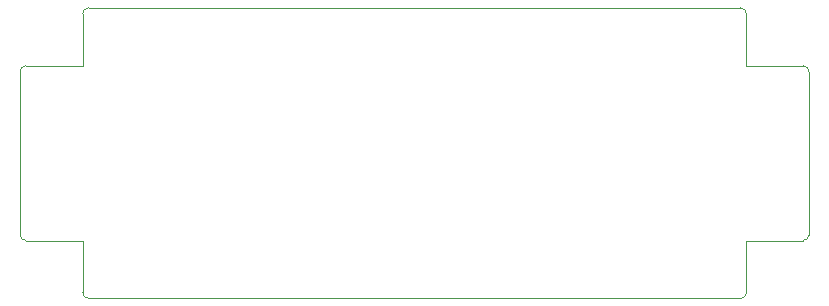
<source format=gbr>
G04 #@! TF.GenerationSoftware,KiCad,Pcbnew,(5.1.4)-1*
G04 #@! TF.CreationDate,2019-08-15T18:00:35-06:00*
G04 #@! TF.ProjectId,Windchill01,57696e64-6368-4696-9c6c-30312e6b6963,rev?*
G04 #@! TF.SameCoordinates,Original*
G04 #@! TF.FileFunction,Profile,NP*
%FSLAX46Y46*%
G04 Gerber Fmt 4.6, Leading zero omitted, Abs format (unit mm)*
G04 Created by KiCad (PCBNEW (5.1.4)-1) date 2019-08-15 18:00:35*
%MOMM*%
%LPD*%
G04 APERTURE LIST*
%ADD10C,0.050000*%
G04 APERTURE END LIST*
D10*
X81200000Y-65800000D02*
G75*
G03X80700000Y-66300000I0J-500000D01*
G01*
X80700000Y-80100000D02*
G75*
G03X81200000Y-80600000I500000J0D01*
G01*
X86000000Y-85000000D02*
G75*
G03X86500000Y-85500000I500000J0D01*
G01*
X142200000Y-85000000D02*
G75*
G02X141700000Y-85500000I-500000J0D01*
G01*
X147500000Y-80100000D02*
G75*
G02X147000000Y-80600000I-500000J0D01*
G01*
X147000000Y-65800000D02*
G75*
G02X147500000Y-66300000I0J-500000D01*
G01*
X141700000Y-60900000D02*
G75*
G02X142200000Y-61400000I0J-500000D01*
G01*
X86000000Y-61400000D02*
G75*
G02X86500000Y-60900000I500000J0D01*
G01*
X142200000Y-80600000D02*
X142200000Y-85000000D01*
X147000000Y-80600000D02*
X142200000Y-80600000D01*
X142200000Y-65800000D02*
X147000000Y-65800000D01*
X142200000Y-61400000D02*
X142200000Y-65800000D01*
X86000000Y-80600000D02*
X81200000Y-80600000D01*
X86000000Y-85000000D02*
X86000000Y-80600000D01*
X86000000Y-65800000D02*
X86000000Y-61400000D01*
X81200000Y-65800000D02*
X86000000Y-65800000D01*
X141700000Y-85500000D02*
X86500000Y-85500000D01*
X147500000Y-66300000D02*
X147500000Y-80100000D01*
X86500000Y-60900000D02*
X141700000Y-60900000D01*
X80700000Y-80100000D02*
X80700000Y-66300000D01*
M02*

</source>
